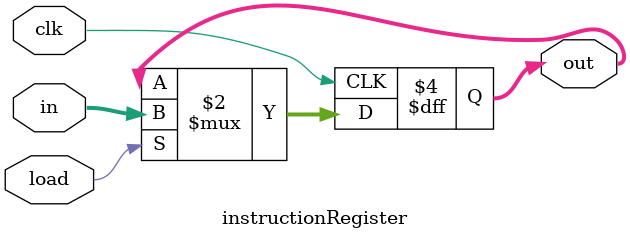
<source format=sv>
`timescale 1ns / 1ps
module instructionRegister( input logic clk, input logic load,
input logic [11:0] in,  output logic [11:0] out );

    always_ff@( posedge clk )  
        begin
            if( load )
            begin
                out <= in;
            end
        end
        
endmodule

</source>
